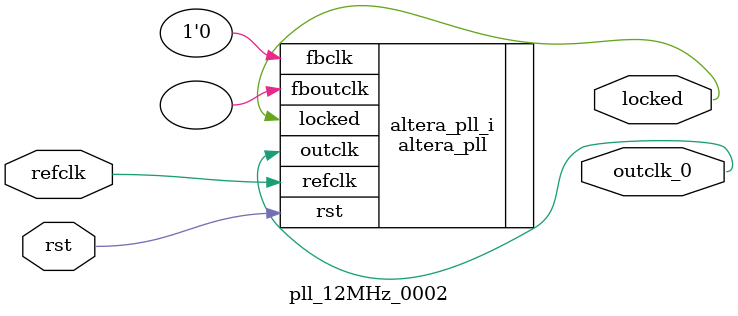
<source format=v>
`timescale 1ns/10ps
module  pll_12MHz_0002(

	// interface 'refclk'
	input wire refclk,

	// interface 'reset'
	input wire rst,

	// interface 'outclk0'
	output wire outclk_0,

	// interface 'locked'
	output wire locked
);

	altera_pll #(
		.fractional_vco_multiplier("false"),
		.reference_clock_frequency("50.0 MHz"),
		.operation_mode("direct"),
		.number_of_clocks(1),
		.output_clock_frequency0("12.000000 MHz"),
		.phase_shift0("0 ps"),
		.duty_cycle0(50),
		.output_clock_frequency1("0 MHz"),
		.phase_shift1("0 ps"),
		.duty_cycle1(50),
		.output_clock_frequency2("0 MHz"),
		.phase_shift2("0 ps"),
		.duty_cycle2(50),
		.output_clock_frequency3("0 MHz"),
		.phase_shift3("0 ps"),
		.duty_cycle3(50),
		.output_clock_frequency4("0 MHz"),
		.phase_shift4("0 ps"),
		.duty_cycle4(50),
		.output_clock_frequency5("0 MHz"),
		.phase_shift5("0 ps"),
		.duty_cycle5(50),
		.output_clock_frequency6("0 MHz"),
		.phase_shift6("0 ps"),
		.duty_cycle6(50),
		.output_clock_frequency7("0 MHz"),
		.phase_shift7("0 ps"),
		.duty_cycle7(50),
		.output_clock_frequency8("0 MHz"),
		.phase_shift8("0 ps"),
		.duty_cycle8(50),
		.output_clock_frequency9("0 MHz"),
		.phase_shift9("0 ps"),
		.duty_cycle9(50),
		.output_clock_frequency10("0 MHz"),
		.phase_shift10("0 ps"),
		.duty_cycle10(50),
		.output_clock_frequency11("0 MHz"),
		.phase_shift11("0 ps"),
		.duty_cycle11(50),
		.output_clock_frequency12("0 MHz"),
		.phase_shift12("0 ps"),
		.duty_cycle12(50),
		.output_clock_frequency13("0 MHz"),
		.phase_shift13("0 ps"),
		.duty_cycle13(50),
		.output_clock_frequency14("0 MHz"),
		.phase_shift14("0 ps"),
		.duty_cycle14(50),
		.output_clock_frequency15("0 MHz"),
		.phase_shift15("0 ps"),
		.duty_cycle15(50),
		.output_clock_frequency16("0 MHz"),
		.phase_shift16("0 ps"),
		.duty_cycle16(50),
		.output_clock_frequency17("0 MHz"),
		.phase_shift17("0 ps"),
		.duty_cycle17(50),
		.pll_type("General"),
		.pll_subtype("General")
	) altera_pll_i (
		.rst	(rst),
		.outclk	({outclk_0}),
		.locked	(locked),
		.fboutclk	( ),
		.fbclk	(1'b0),
		.refclk	(refclk)
	);
endmodule


</source>
